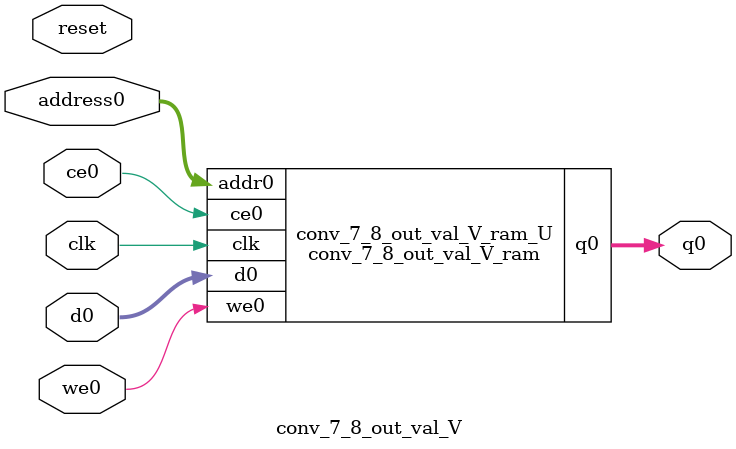
<source format=v>

`timescale 1 ns / 1 ps
module conv_7_8_out_val_V_ram (addr0, ce0, d0, we0, q0,  clk);

parameter DWIDTH = 16;
parameter AWIDTH = 5;
parameter MEM_SIZE = 32;

input[AWIDTH-1:0] addr0;
input ce0;
input[DWIDTH-1:0] d0;
input we0;
output reg[DWIDTH-1:0] q0;
input clk;

(* ram_style = "distributed" *)reg [DWIDTH-1:0] ram[0:MEM_SIZE-1];




always @(posedge clk)  
begin 
    if (ce0) 
    begin
        if (we0) 
        begin 
            ram[addr0] <= d0; 
            q0 <= d0;
        end 
        else 
            q0 <= ram[addr0];
    end
end


endmodule


`timescale 1 ns / 1 ps
module conv_7_8_out_val_V(
    reset,
    clk,
    address0,
    ce0,
    we0,
    d0,
    q0);

parameter DataWidth = 32'd16;
parameter AddressRange = 32'd32;
parameter AddressWidth = 32'd5;
input reset;
input clk;
input[AddressWidth - 1:0] address0;
input ce0;
input we0;
input[DataWidth - 1:0] d0;
output[DataWidth - 1:0] q0;



conv_7_8_out_val_V_ram conv_7_8_out_val_V_ram_U(
    .clk( clk ),
    .addr0( address0 ),
    .ce0( ce0 ),
    .d0( d0 ),
    .we0( we0 ),
    .q0( q0 ));

endmodule


</source>
